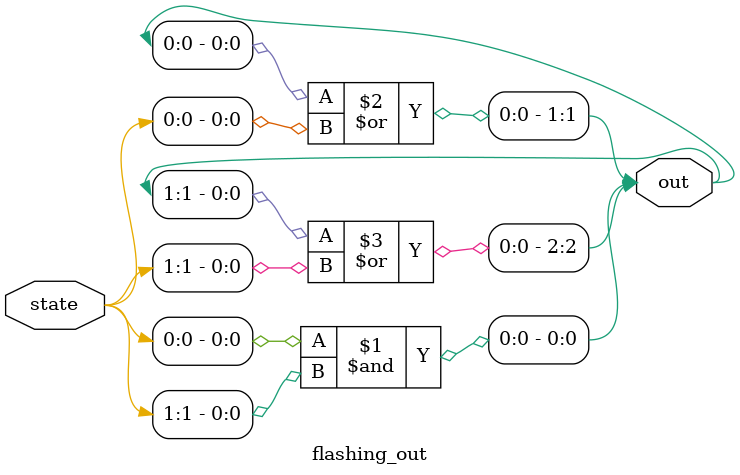
<source format=v>
module flashing_out (input [1:0] state, output [2:0] out);
// Base = 00 (== state)
// L1   = 01
// L2   = 10
// L3   = 11
//
// Light layout: (left) s[0] s[1] s[2] (right)
assign out[0] = state[0] & state[1];
assign out[1] = out[0] | state[0];
assign out[2] = out[1] | state[1];
endmodule
</source>
